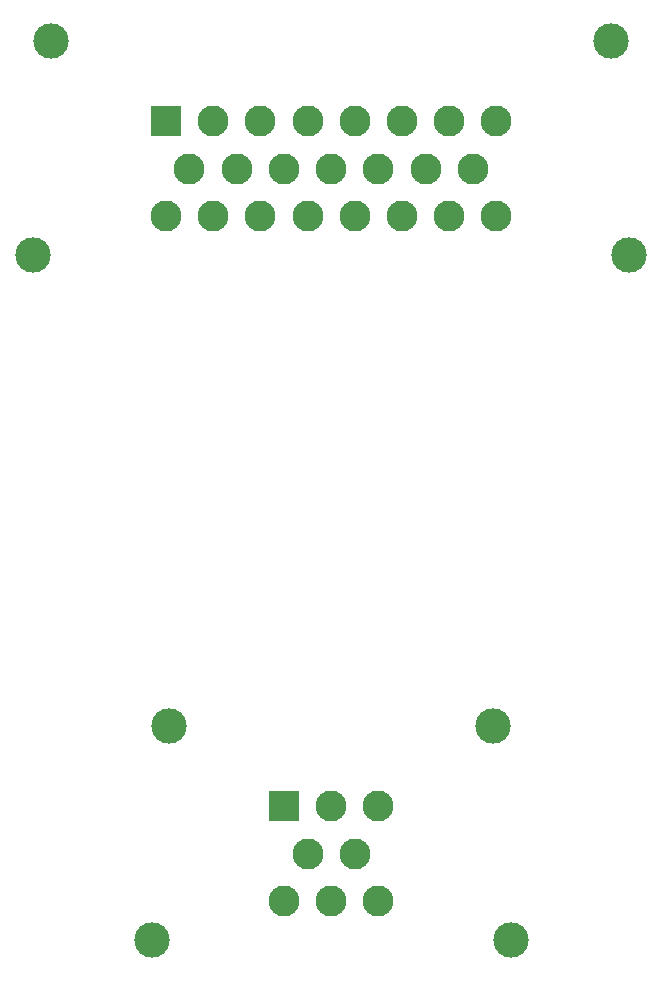
<source format=gbs>
G04 #@! TF.GenerationSoftware,KiCad,Pcbnew,(2017-01-11 revision e99b79c)-master*
G04 #@! TF.CreationDate,2017-03-26T11:11:03+03:00*
G04 #@! TF.ProjectId,msb,6D73622E6B696361645F706362000000,rev?*
G04 #@! TF.FileFunction,Soldermask,Bot*
G04 #@! TF.FilePolarity,Negative*
%FSLAX46Y46*%
G04 Gerber Fmt 4.6, Leading zero omitted, Abs format (unit mm)*
G04 Created by KiCad (PCBNEW (2017-01-11 revision e99b79c)-master) date Sun Mar 26 11:11:03 2017*
%MOMM*%
%LPD*%
G01*
G04 APERTURE LIST*
%ADD10C,0.100000*%
%ADD11R,2.623820X2.623820*%
%ADD12C,2.623820*%
%ADD13C,2.999740*%
G04 APERTURE END LIST*
D10*
D11*
X164002040Y-119002040D03*
D12*
X168000000Y-119002040D03*
X171997960Y-119002040D03*
X166001020Y-123000000D03*
X169998980Y-123000000D03*
X164002040Y-126997960D03*
X168000000Y-126997960D03*
X171997960Y-126997960D03*
D13*
X154301780Y-112202460D03*
X181698220Y-112202460D03*
X183199360Y-130299960D03*
X152800640Y-130299960D03*
X193199340Y-72299960D03*
X142800660Y-72299960D03*
X191698200Y-54202460D03*
X144301800Y-54202460D03*
D12*
X181997940Y-68997960D03*
X177999980Y-68997960D03*
X173999480Y-68997960D03*
X169998980Y-68997960D03*
X166001020Y-68997960D03*
X162000520Y-68997960D03*
X158000020Y-68997960D03*
X154002060Y-68997960D03*
X179998960Y-65000000D03*
X175998460Y-65000000D03*
X171997960Y-65000000D03*
X168000000Y-65000000D03*
X164002040Y-65000000D03*
X160001540Y-65000000D03*
X156001040Y-65000000D03*
X181997940Y-61002040D03*
X177999980Y-61002040D03*
X173999480Y-61002040D03*
X169998980Y-61002040D03*
X166001020Y-61002040D03*
X162000520Y-61002040D03*
X158000020Y-61002040D03*
D11*
X154002060Y-61002040D03*
M02*

</source>
